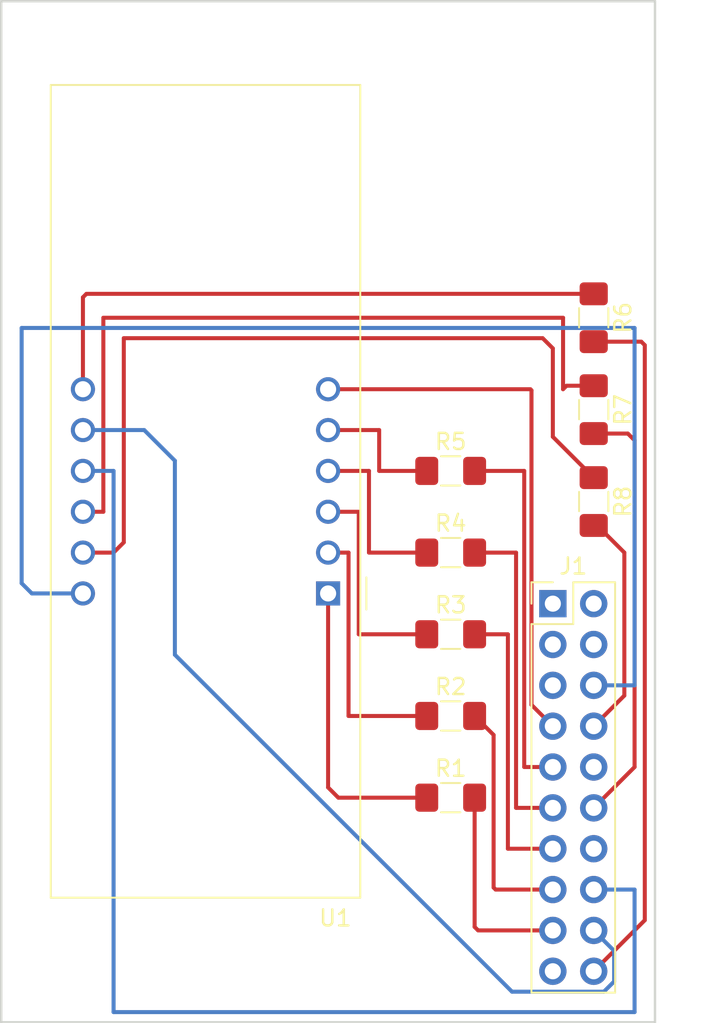
<source format=kicad_pcb>
(kicad_pcb (version 20171130) (host pcbnew 5.0.1)

  (general
    (thickness 1.6)
    (drawings 4)
    (tracks 82)
    (zones 0)
    (modules 10)
    (nets 29)
  )

  (page A4)
  (layers
    (0 F.Cu signal)
    (31 B.Cu signal)
    (32 B.Adhes user)
    (33 F.Adhes user)
    (34 B.Paste user)
    (35 F.Paste user)
    (36 B.SilkS user)
    (37 F.SilkS user)
    (38 B.Mask user)
    (39 F.Mask user)
    (40 Dwgs.User user)
    (41 Cmts.User user)
    (42 Eco1.User user)
    (43 Eco2.User user)
    (44 Edge.Cuts user)
    (45 Margin user)
    (46 B.CrtYd user)
    (47 F.CrtYd user)
    (48 B.Fab user)
    (49 F.Fab user)
  )

  (setup
    (last_trace_width 0.25)
    (trace_clearance 0.2)
    (zone_clearance 0.508)
    (zone_45_only no)
    (trace_min 0.2)
    (segment_width 0.2)
    (edge_width 0.15)
    (via_size 0.8)
    (via_drill 0.4)
    (via_min_size 0.4)
    (via_min_drill 0.3)
    (uvia_size 0.3)
    (uvia_drill 0.1)
    (uvias_allowed no)
    (uvia_min_size 0.2)
    (uvia_min_drill 0.1)
    (pcb_text_width 0.3)
    (pcb_text_size 1.5 1.5)
    (mod_edge_width 0.15)
    (mod_text_size 1 1)
    (mod_text_width 0.15)
    (pad_size 1.524 1.524)
    (pad_drill 0.762)
    (pad_to_mask_clearance 0.051)
    (solder_mask_min_width 0.25)
    (aux_axis_origin 0 0)
    (grid_origin 12.065 11.43)
    (visible_elements FFFFFF7F)
    (pcbplotparams
      (layerselection 0x010fc_ffffffff)
      (usegerberextensions false)
      (usegerberattributes false)
      (usegerberadvancedattributes false)
      (creategerberjobfile false)
      (excludeedgelayer true)
      (linewidth 0.100000)
      (plotframeref false)
      (viasonmask false)
      (mode 1)
      (useauxorigin false)
      (hpglpennumber 1)
      (hpglpenspeed 20)
      (hpglpendiameter 15.000000)
      (psnegative false)
      (psa4output false)
      (plotreference true)
      (plotvalue true)
      (plotinvisibletext false)
      (padsonsilk false)
      (subtractmaskfromsilk false)
      (outputformat 1)
      (mirror false)
      (drillshape 1)
      (scaleselection 1)
      (outputdirectory ""))
  )

  (net 0 "")
  (net 1 "Net-(J1-Pad1)")
  (net 2 "Net-(J1-Pad2)")
  (net 3 "Net-(J1-Pad3)")
  (net 4 "Net-(J1-Pad4)")
  (net 5 "Net-(J1-Pad5)")
  (net 6 "Net-(J1-Pad6)")
  (net 7 "Net-(J1-Pad7)")
  (net 8 "Net-(J1-Pad8)")
  (net 9 "Net-(J1-Pad9)")
  (net 10 "Net-(J1-Pad10)")
  (net 11 "Net-(J1-Pad11)")
  (net 12 "Net-(J1-Pad12)")
  (net 13 "Net-(J1-Pad13)")
  (net 14 "Net-(J1-Pad14)")
  (net 15 "Net-(J1-Pad15)")
  (net 16 "Net-(J1-Pad16)")
  (net 17 "Net-(J1-Pad17)")
  (net 18 "Net-(J1-Pad18)")
  (net 19 "Net-(J1-Pad19)")
  (net 20 "Net-(J1-Pad20)")
  (net 21 "Net-(R1-Pad1)")
  (net 22 "Net-(R2-Pad1)")
  (net 23 "Net-(R3-Pad1)")
  (net 24 "Net-(R4-Pad1)")
  (net 25 "Net-(R5-Pad1)")
  (net 26 "Net-(R6-Pad1)")
  (net 27 "Net-(R7-Pad1)")
  (net 28 "Net-(R8-Pad1)")

  (net_class Default "This is the default net class."
    (clearance 0.2)
    (trace_width 0.25)
    (via_dia 0.8)
    (via_drill 0.4)
    (uvia_dia 0.3)
    (uvia_drill 0.1)
    (add_net "Net-(J1-Pad1)")
    (add_net "Net-(J1-Pad10)")
    (add_net "Net-(J1-Pad11)")
    (add_net "Net-(J1-Pad12)")
    (add_net "Net-(J1-Pad13)")
    (add_net "Net-(J1-Pad14)")
    (add_net "Net-(J1-Pad15)")
    (add_net "Net-(J1-Pad16)")
    (add_net "Net-(J1-Pad17)")
    (add_net "Net-(J1-Pad18)")
    (add_net "Net-(J1-Pad19)")
    (add_net "Net-(J1-Pad2)")
    (add_net "Net-(J1-Pad20)")
    (add_net "Net-(J1-Pad3)")
    (add_net "Net-(J1-Pad4)")
    (add_net "Net-(J1-Pad5)")
    (add_net "Net-(J1-Pad6)")
    (add_net "Net-(J1-Pad7)")
    (add_net "Net-(J1-Pad8)")
    (add_net "Net-(J1-Pad9)")
    (add_net "Net-(R1-Pad1)")
    (add_net "Net-(R2-Pad1)")
    (add_net "Net-(R3-Pad1)")
    (add_net "Net-(R4-Pad1)")
    (add_net "Net-(R5-Pad1)")
    (add_net "Net-(R6-Pad1)")
    (add_net "Net-(R7-Pad1)")
    (add_net "Net-(R8-Pad1)")
  )

  (module Display_7Segment:CA56-12SEKWA (layer F.Cu) (tedit 5A02FE84) (tstamp 5C23BA94)
    (at 32.385 48.895 180)
    (descr "4 digit 7 segment green LED, http://www.kingbright.com/attachments/file/psearch/000/00/00/CA56-12SEKWA(Ver.7A).pdf")
    (tags "4 digit 7 segment green LED")
    (path /5C1632ED)
    (fp_text reference U1 (at -0.45 -20.19 180) (layer F.SilkS)
      (effects (font (size 1 1) (thickness 0.15)))
    )
    (fp_text value CC56-12SEKWA (at 3.43 33.01 180) (layer F.Fab)
      (effects (font (size 1 1) (thickness 0.15)))
    )
    (fp_line (start -2 -18.92) (end 17.24 -18.92) (layer F.SilkS) (width 0.12))
    (fp_line (start -2 -18.92) (end -2 31.62) (layer F.SilkS) (width 0.12))
    (fp_line (start -2 31.62) (end 17.24 31.62) (layer F.SilkS) (width 0.12))
    (fp_line (start 17.24 31.62) (end 17.24 -18.92) (layer F.SilkS) (width 0.12))
    (fp_line (start -1.88 1) (end -0.88 0) (layer F.Fab) (width 0.1))
    (fp_line (start -0.88 0) (end -1.88 -1) (layer F.Fab) (width 0.1))
    (fp_line (start -1.88 -1) (end -1.88 -18.8) (layer F.Fab) (width 0.1))
    (fp_line (start -2.13 -19.05) (end 17.37 -19.05) (layer F.CrtYd) (width 0.05))
    (fp_line (start 17.37 -19.05) (end 17.37 31.75) (layer F.CrtYd) (width 0.05))
    (fp_line (start 17.37 31.75) (end -2.13 31.75) (layer F.CrtYd) (width 0.05))
    (fp_line (start -2.13 31.75) (end -2.13 -19.05) (layer F.CrtYd) (width 0.05))
    (fp_line (start -2.38 -1) (end -2.38 1) (layer F.SilkS) (width 0.12))
    (fp_line (start -1.88 -18.8) (end 17.12 -18.8) (layer F.Fab) (width 0.1))
    (fp_line (start 17.12 -18.8) (end 17.12 31.5) (layer F.Fab) (width 0.1))
    (fp_line (start -1.88 31.5) (end 17.12 31.5) (layer F.Fab) (width 0.1))
    (fp_line (start -1.88 1) (end -1.88 31.5) (layer F.Fab) (width 0.1))
    (fp_text user %R (at 8.128 6.604 180) (layer F.Fab)
      (effects (font (size 1 1) (thickness 0.15)))
    )
    (pad 1 thru_hole rect (at 0 0 180) (size 1.5 1.5) (drill 1) (layers *.Cu *.Mask)
      (net 21 "Net-(R1-Pad1)"))
    (pad 2 thru_hole circle (at 0 2.54 180) (size 1.5 1.5) (drill 1) (layers *.Cu *.Mask)
      (net 22 "Net-(R2-Pad1)"))
    (pad 3 thru_hole circle (at 0 5.08 180) (size 1.5 1.5) (drill 1) (layers *.Cu *.Mask)
      (net 23 "Net-(R3-Pad1)"))
    (pad 4 thru_hole circle (at 0 7.62 180) (size 1.5 1.5) (drill 1) (layers *.Cu *.Mask)
      (net 24 "Net-(R4-Pad1)"))
    (pad 5 thru_hole circle (at 0 10.16 180) (size 1.5 1.5) (drill 1) (layers *.Cu *.Mask)
      (net 25 "Net-(R5-Pad1)"))
    (pad 6 thru_hole circle (at 0 12.7 180) (size 1.5 1.5) (drill 1) (layers *.Cu *.Mask)
      (net 7 "Net-(J1-Pad7)"))
    (pad 7 thru_hole circle (at 15.24 12.7 180) (size 1.5 1.5) (drill 1) (layers *.Cu *.Mask)
      (net 26 "Net-(R6-Pad1)"))
    (pad 8 thru_hole circle (at 15.24 10.16 180) (size 1.5 1.5) (drill 1) (layers *.Cu *.Mask)
      (net 18 "Net-(J1-Pad18)"))
    (pad 9 thru_hole circle (at 15.24 7.62 180) (size 1.5 1.5) (drill 1) (layers *.Cu *.Mask)
      (net 16 "Net-(J1-Pad16)"))
    (pad 10 thru_hole circle (at 15.24 5.08 180) (size 1.5 1.5) (drill 1) (layers *.Cu *.Mask)
      (net 27 "Net-(R7-Pad1)"))
    (pad 11 thru_hole circle (at 15.24 2.54 180) (size 1.5 1.5) (drill 1) (layers *.Cu *.Mask)
      (net 28 "Net-(R8-Pad1)"))
    (pad 12 thru_hole circle (at 15.24 0 180) (size 1.5 1.5) (drill 1) (layers *.Cu *.Mask)
      (net 6 "Net-(J1-Pad6)"))
    (model ${KISYS3DMOD}/Display_7Segment.3dshapes/CA56-12SEKWA.wrl
      (at (xyz 0 0 0))
      (scale (xyz 1 1 1))
      (rotate (xyz 0 0 0))
    )
  )

  (module Connector_PinHeader_2.54mm:PinHeader_2x10_P2.54mm_Vertical (layer F.Cu) (tedit 59FED5CC) (tstamp 5C23B9EB)
    (at 46.355 49.53)
    (descr "Through hole straight pin header, 2x10, 2.54mm pitch, double rows")
    (tags "Through hole pin header THT 2x10 2.54mm double row")
    (path /5C178259)
    (fp_text reference J1 (at 1.27 -2.33) (layer F.SilkS)
      (effects (font (size 1 1) (thickness 0.15)))
    )
    (fp_text value Conn_02x10_Odd_Even (at 1.27 25.19) (layer F.Fab)
      (effects (font (size 1 1) (thickness 0.15)))
    )
    (fp_line (start 0 -1.27) (end 3.81 -1.27) (layer F.Fab) (width 0.1))
    (fp_line (start 3.81 -1.27) (end 3.81 24.13) (layer F.Fab) (width 0.1))
    (fp_line (start 3.81 24.13) (end -1.27 24.13) (layer F.Fab) (width 0.1))
    (fp_line (start -1.27 24.13) (end -1.27 0) (layer F.Fab) (width 0.1))
    (fp_line (start -1.27 0) (end 0 -1.27) (layer F.Fab) (width 0.1))
    (fp_line (start -1.33 24.19) (end 3.87 24.19) (layer F.SilkS) (width 0.12))
    (fp_line (start -1.33 1.27) (end -1.33 24.19) (layer F.SilkS) (width 0.12))
    (fp_line (start 3.87 -1.33) (end 3.87 24.19) (layer F.SilkS) (width 0.12))
    (fp_line (start -1.33 1.27) (end 1.27 1.27) (layer F.SilkS) (width 0.12))
    (fp_line (start 1.27 1.27) (end 1.27 -1.33) (layer F.SilkS) (width 0.12))
    (fp_line (start 1.27 -1.33) (end 3.87 -1.33) (layer F.SilkS) (width 0.12))
    (fp_line (start -1.33 0) (end -1.33 -1.33) (layer F.SilkS) (width 0.12))
    (fp_line (start -1.33 -1.33) (end 0 -1.33) (layer F.SilkS) (width 0.12))
    (fp_line (start -1.8 -1.8) (end -1.8 24.65) (layer F.CrtYd) (width 0.05))
    (fp_line (start -1.8 24.65) (end 4.35 24.65) (layer F.CrtYd) (width 0.05))
    (fp_line (start 4.35 24.65) (end 4.35 -1.8) (layer F.CrtYd) (width 0.05))
    (fp_line (start 4.35 -1.8) (end -1.8 -1.8) (layer F.CrtYd) (width 0.05))
    (fp_text user %R (at 1.27 11.43 90) (layer F.Fab)
      (effects (font (size 1 1) (thickness 0.15)))
    )
    (pad 1 thru_hole rect (at 0 0) (size 1.7 1.7) (drill 1) (layers *.Cu *.Mask)
      (net 1 "Net-(J1-Pad1)"))
    (pad 2 thru_hole oval (at 2.54 0) (size 1.7 1.7) (drill 1) (layers *.Cu *.Mask)
      (net 2 "Net-(J1-Pad2)"))
    (pad 3 thru_hole oval (at 0 2.54) (size 1.7 1.7) (drill 1) (layers *.Cu *.Mask)
      (net 3 "Net-(J1-Pad3)"))
    (pad 4 thru_hole oval (at 2.54 2.54) (size 1.7 1.7) (drill 1) (layers *.Cu *.Mask)
      (net 4 "Net-(J1-Pad4)"))
    (pad 5 thru_hole oval (at 0 5.08) (size 1.7 1.7) (drill 1) (layers *.Cu *.Mask)
      (net 5 "Net-(J1-Pad5)"))
    (pad 6 thru_hole oval (at 2.54 5.08) (size 1.7 1.7) (drill 1) (layers *.Cu *.Mask)
      (net 6 "Net-(J1-Pad6)"))
    (pad 7 thru_hole oval (at 0 7.62) (size 1.7 1.7) (drill 1) (layers *.Cu *.Mask)
      (net 7 "Net-(J1-Pad7)"))
    (pad 8 thru_hole oval (at 2.54 7.62) (size 1.7 1.7) (drill 1) (layers *.Cu *.Mask)
      (net 8 "Net-(J1-Pad8)"))
    (pad 9 thru_hole oval (at 0 10.16) (size 1.7 1.7) (drill 1) (layers *.Cu *.Mask)
      (net 9 "Net-(J1-Pad9)"))
    (pad 10 thru_hole oval (at 2.54 10.16) (size 1.7 1.7) (drill 1) (layers *.Cu *.Mask)
      (net 10 "Net-(J1-Pad10)"))
    (pad 11 thru_hole oval (at 0 12.7) (size 1.7 1.7) (drill 1) (layers *.Cu *.Mask)
      (net 11 "Net-(J1-Pad11)"))
    (pad 12 thru_hole oval (at 2.54 12.7) (size 1.7 1.7) (drill 1) (layers *.Cu *.Mask)
      (net 12 "Net-(J1-Pad12)"))
    (pad 13 thru_hole oval (at 0 15.24) (size 1.7 1.7) (drill 1) (layers *.Cu *.Mask)
      (net 13 "Net-(J1-Pad13)"))
    (pad 14 thru_hole oval (at 2.54 15.24) (size 1.7 1.7) (drill 1) (layers *.Cu *.Mask)
      (net 14 "Net-(J1-Pad14)"))
    (pad 15 thru_hole oval (at 0 17.78) (size 1.7 1.7) (drill 1) (layers *.Cu *.Mask)
      (net 15 "Net-(J1-Pad15)"))
    (pad 16 thru_hole oval (at 2.54 17.78) (size 1.7 1.7) (drill 1) (layers *.Cu *.Mask)
      (net 16 "Net-(J1-Pad16)"))
    (pad 17 thru_hole oval (at 0 20.32) (size 1.7 1.7) (drill 1) (layers *.Cu *.Mask)
      (net 17 "Net-(J1-Pad17)"))
    (pad 18 thru_hole oval (at 2.54 20.32) (size 1.7 1.7) (drill 1) (layers *.Cu *.Mask)
      (net 18 "Net-(J1-Pad18)"))
    (pad 19 thru_hole oval (at 0 22.86) (size 1.7 1.7) (drill 1) (layers *.Cu *.Mask)
      (net 19 "Net-(J1-Pad19)"))
    (pad 20 thru_hole oval (at 2.54 22.86) (size 1.7 1.7) (drill 1) (layers *.Cu *.Mask)
      (net 20 "Net-(J1-Pad20)"))
    (model ${KISYS3DMOD}/Connector_PinHeader_2.54mm.3dshapes/PinHeader_2x10_P2.54mm_Vertical.wrl
      (at (xyz 0 0 0))
      (scale (xyz 1 1 1))
      (rotate (xyz 0 0 0))
    )
  )

  (module Resistor_SMD:R_1206_3216Metric_Pad1.42x1.75mm_HandSolder (layer F.Cu) (tedit 5B301BBD) (tstamp 5C23B9FC)
    (at 40.005 61.595)
    (descr "Resistor SMD 1206 (3216 Metric), square (rectangular) end terminal, IPC_7351 nominal with elongated pad for handsoldering. (Body size source: http://www.tortai-tech.com/upload/download/2011102023233369053.pdf), generated with kicad-footprint-generator")
    (tags "resistor handsolder")
    (path /5C16450A)
    (attr smd)
    (fp_text reference R1 (at 0 -1.82) (layer F.SilkS)
      (effects (font (size 1 1) (thickness 0.15)))
    )
    (fp_text value 300 (at 0 1.82) (layer F.Fab)
      (effects (font (size 1 1) (thickness 0.15)))
    )
    (fp_text user %R (at 0 0) (layer F.Fab)
      (effects (font (size 0.8 0.8) (thickness 0.12)))
    )
    (fp_line (start 2.45 1.12) (end -2.45 1.12) (layer F.CrtYd) (width 0.05))
    (fp_line (start 2.45 -1.12) (end 2.45 1.12) (layer F.CrtYd) (width 0.05))
    (fp_line (start -2.45 -1.12) (end 2.45 -1.12) (layer F.CrtYd) (width 0.05))
    (fp_line (start -2.45 1.12) (end -2.45 -1.12) (layer F.CrtYd) (width 0.05))
    (fp_line (start -0.602064 0.91) (end 0.602064 0.91) (layer F.SilkS) (width 0.12))
    (fp_line (start -0.602064 -0.91) (end 0.602064 -0.91) (layer F.SilkS) (width 0.12))
    (fp_line (start 1.6 0.8) (end -1.6 0.8) (layer F.Fab) (width 0.1))
    (fp_line (start 1.6 -0.8) (end 1.6 0.8) (layer F.Fab) (width 0.1))
    (fp_line (start -1.6 -0.8) (end 1.6 -0.8) (layer F.Fab) (width 0.1))
    (fp_line (start -1.6 0.8) (end -1.6 -0.8) (layer F.Fab) (width 0.1))
    (pad 2 smd roundrect (at 1.4875 0) (size 1.425 1.75) (layers F.Cu F.Paste F.Mask) (roundrect_rratio 0.175439)
      (net 17 "Net-(J1-Pad17)"))
    (pad 1 smd roundrect (at -1.4875 0) (size 1.425 1.75) (layers F.Cu F.Paste F.Mask) (roundrect_rratio 0.175439)
      (net 21 "Net-(R1-Pad1)"))
    (model ${KISYS3DMOD}/Resistor_SMD.3dshapes/R_1206_3216Metric.wrl
      (at (xyz 0 0 0))
      (scale (xyz 1 1 1))
      (rotate (xyz 0 0 0))
    )
  )

  (module Resistor_SMD:R_1206_3216Metric_Pad1.42x1.75mm_HandSolder (layer F.Cu) (tedit 5B301BBD) (tstamp 5C23BA0D)
    (at 40.005 56.515)
    (descr "Resistor SMD 1206 (3216 Metric), square (rectangular) end terminal, IPC_7351 nominal with elongated pad for handsoldering. (Body size source: http://www.tortai-tech.com/upload/download/2011102023233369053.pdf), generated with kicad-footprint-generator")
    (tags "resistor handsolder")
    (path /5C164526)
    (attr smd)
    (fp_text reference R2 (at 0 -1.82) (layer F.SilkS)
      (effects (font (size 1 1) (thickness 0.15)))
    )
    (fp_text value 300 (at 0 1.82) (layer F.Fab)
      (effects (font (size 1 1) (thickness 0.15)))
    )
    (fp_line (start -1.6 0.8) (end -1.6 -0.8) (layer F.Fab) (width 0.1))
    (fp_line (start -1.6 -0.8) (end 1.6 -0.8) (layer F.Fab) (width 0.1))
    (fp_line (start 1.6 -0.8) (end 1.6 0.8) (layer F.Fab) (width 0.1))
    (fp_line (start 1.6 0.8) (end -1.6 0.8) (layer F.Fab) (width 0.1))
    (fp_line (start -0.602064 -0.91) (end 0.602064 -0.91) (layer F.SilkS) (width 0.12))
    (fp_line (start -0.602064 0.91) (end 0.602064 0.91) (layer F.SilkS) (width 0.12))
    (fp_line (start -2.45 1.12) (end -2.45 -1.12) (layer F.CrtYd) (width 0.05))
    (fp_line (start -2.45 -1.12) (end 2.45 -1.12) (layer F.CrtYd) (width 0.05))
    (fp_line (start 2.45 -1.12) (end 2.45 1.12) (layer F.CrtYd) (width 0.05))
    (fp_line (start 2.45 1.12) (end -2.45 1.12) (layer F.CrtYd) (width 0.05))
    (fp_text user %R (at 0 0) (layer F.Fab)
      (effects (font (size 0.8 0.8) (thickness 0.12)))
    )
    (pad 1 smd roundrect (at -1.4875 0) (size 1.425 1.75) (layers F.Cu F.Paste F.Mask) (roundrect_rratio 0.175439)
      (net 22 "Net-(R2-Pad1)"))
    (pad 2 smd roundrect (at 1.4875 0) (size 1.425 1.75) (layers F.Cu F.Paste F.Mask) (roundrect_rratio 0.175439)
      (net 15 "Net-(J1-Pad15)"))
    (model ${KISYS3DMOD}/Resistor_SMD.3dshapes/R_1206_3216Metric.wrl
      (at (xyz 0 0 0))
      (scale (xyz 1 1 1))
      (rotate (xyz 0 0 0))
    )
  )

  (module Resistor_SMD:R_1206_3216Metric_Pad1.42x1.75mm_HandSolder (layer F.Cu) (tedit 5B301BBD) (tstamp 5C23BA1E)
    (at 40.005 51.435)
    (descr "Resistor SMD 1206 (3216 Metric), square (rectangular) end terminal, IPC_7351 nominal with elongated pad for handsoldering. (Body size source: http://www.tortai-tech.com/upload/download/2011102023233369053.pdf), generated with kicad-footprint-generator")
    (tags "resistor handsolder")
    (path /5C1644D4)
    (attr smd)
    (fp_text reference R3 (at 0 -1.82) (layer F.SilkS)
      (effects (font (size 1 1) (thickness 0.15)))
    )
    (fp_text value 300 (at 0 1.82) (layer F.Fab)
      (effects (font (size 1 1) (thickness 0.15)))
    )
    (fp_line (start -1.6 0.8) (end -1.6 -0.8) (layer F.Fab) (width 0.1))
    (fp_line (start -1.6 -0.8) (end 1.6 -0.8) (layer F.Fab) (width 0.1))
    (fp_line (start 1.6 -0.8) (end 1.6 0.8) (layer F.Fab) (width 0.1))
    (fp_line (start 1.6 0.8) (end -1.6 0.8) (layer F.Fab) (width 0.1))
    (fp_line (start -0.602064 -0.91) (end 0.602064 -0.91) (layer F.SilkS) (width 0.12))
    (fp_line (start -0.602064 0.91) (end 0.602064 0.91) (layer F.SilkS) (width 0.12))
    (fp_line (start -2.45 1.12) (end -2.45 -1.12) (layer F.CrtYd) (width 0.05))
    (fp_line (start -2.45 -1.12) (end 2.45 -1.12) (layer F.CrtYd) (width 0.05))
    (fp_line (start 2.45 -1.12) (end 2.45 1.12) (layer F.CrtYd) (width 0.05))
    (fp_line (start 2.45 1.12) (end -2.45 1.12) (layer F.CrtYd) (width 0.05))
    (fp_text user %R (at 0 0) (layer F.Fab)
      (effects (font (size 0.8 0.8) (thickness 0.12)))
    )
    (pad 1 smd roundrect (at -1.4875 0) (size 1.425 1.75) (layers F.Cu F.Paste F.Mask) (roundrect_rratio 0.175439)
      (net 23 "Net-(R3-Pad1)"))
    (pad 2 smd roundrect (at 1.4875 0) (size 1.425 1.75) (layers F.Cu F.Paste F.Mask) (roundrect_rratio 0.175439)
      (net 13 "Net-(J1-Pad13)"))
    (model ${KISYS3DMOD}/Resistor_SMD.3dshapes/R_1206_3216Metric.wrl
      (at (xyz 0 0 0))
      (scale (xyz 1 1 1))
      (rotate (xyz 0 0 0))
    )
  )

  (module Resistor_SMD:R_1206_3216Metric_Pad1.42x1.75mm_HandSolder (layer F.Cu) (tedit 5B301BBD) (tstamp 5C23BA2F)
    (at 40.005 46.355)
    (descr "Resistor SMD 1206 (3216 Metric), square (rectangular) end terminal, IPC_7351 nominal with elongated pad for handsoldering. (Body size source: http://www.tortai-tech.com/upload/download/2011102023233369053.pdf), generated with kicad-footprint-generator")
    (tags "resistor handsolder")
    (path /5C1645DB)
    (attr smd)
    (fp_text reference R4 (at 0 -1.82) (layer F.SilkS)
      (effects (font (size 1 1) (thickness 0.15)))
    )
    (fp_text value 300 (at 0 1.82) (layer F.Fab)
      (effects (font (size 1 1) (thickness 0.15)))
    )
    (fp_text user %R (at 0 0) (layer F.Fab)
      (effects (font (size 0.8 0.8) (thickness 0.12)))
    )
    (fp_line (start 2.45 1.12) (end -2.45 1.12) (layer F.CrtYd) (width 0.05))
    (fp_line (start 2.45 -1.12) (end 2.45 1.12) (layer F.CrtYd) (width 0.05))
    (fp_line (start -2.45 -1.12) (end 2.45 -1.12) (layer F.CrtYd) (width 0.05))
    (fp_line (start -2.45 1.12) (end -2.45 -1.12) (layer F.CrtYd) (width 0.05))
    (fp_line (start -0.602064 0.91) (end 0.602064 0.91) (layer F.SilkS) (width 0.12))
    (fp_line (start -0.602064 -0.91) (end 0.602064 -0.91) (layer F.SilkS) (width 0.12))
    (fp_line (start 1.6 0.8) (end -1.6 0.8) (layer F.Fab) (width 0.1))
    (fp_line (start 1.6 -0.8) (end 1.6 0.8) (layer F.Fab) (width 0.1))
    (fp_line (start -1.6 -0.8) (end 1.6 -0.8) (layer F.Fab) (width 0.1))
    (fp_line (start -1.6 0.8) (end -1.6 -0.8) (layer F.Fab) (width 0.1))
    (pad 2 smd roundrect (at 1.4875 0) (size 1.425 1.75) (layers F.Cu F.Paste F.Mask) (roundrect_rratio 0.175439)
      (net 11 "Net-(J1-Pad11)"))
    (pad 1 smd roundrect (at -1.4875 0) (size 1.425 1.75) (layers F.Cu F.Paste F.Mask) (roundrect_rratio 0.175439)
      (net 24 "Net-(R4-Pad1)"))
    (model ${KISYS3DMOD}/Resistor_SMD.3dshapes/R_1206_3216Metric.wrl
      (at (xyz 0 0 0))
      (scale (xyz 1 1 1))
      (rotate (xyz 0 0 0))
    )
  )

  (module Resistor_SMD:R_1206_3216Metric_Pad1.42x1.75mm_HandSolder (layer F.Cu) (tedit 5B301BBD) (tstamp 5C23BA40)
    (at 40.005 41.275)
    (descr "Resistor SMD 1206 (3216 Metric), square (rectangular) end terminal, IPC_7351 nominal with elongated pad for handsoldering. (Body size source: http://www.tortai-tech.com/upload/download/2011102023233369053.pdf), generated with kicad-footprint-generator")
    (tags "resistor handsolder")
    (path /5C164472)
    (attr smd)
    (fp_text reference R5 (at 0 -1.82) (layer F.SilkS)
      (effects (font (size 1 1) (thickness 0.15)))
    )
    (fp_text value 300 (at 0 1.82) (layer F.Fab)
      (effects (font (size 1 1) (thickness 0.15)))
    )
    (fp_text user %R (at 0 0) (layer F.Fab)
      (effects (font (size 0.8 0.8) (thickness 0.12)))
    )
    (fp_line (start 2.45 1.12) (end -2.45 1.12) (layer F.CrtYd) (width 0.05))
    (fp_line (start 2.45 -1.12) (end 2.45 1.12) (layer F.CrtYd) (width 0.05))
    (fp_line (start -2.45 -1.12) (end 2.45 -1.12) (layer F.CrtYd) (width 0.05))
    (fp_line (start -2.45 1.12) (end -2.45 -1.12) (layer F.CrtYd) (width 0.05))
    (fp_line (start -0.602064 0.91) (end 0.602064 0.91) (layer F.SilkS) (width 0.12))
    (fp_line (start -0.602064 -0.91) (end 0.602064 -0.91) (layer F.SilkS) (width 0.12))
    (fp_line (start 1.6 0.8) (end -1.6 0.8) (layer F.Fab) (width 0.1))
    (fp_line (start 1.6 -0.8) (end 1.6 0.8) (layer F.Fab) (width 0.1))
    (fp_line (start -1.6 -0.8) (end 1.6 -0.8) (layer F.Fab) (width 0.1))
    (fp_line (start -1.6 0.8) (end -1.6 -0.8) (layer F.Fab) (width 0.1))
    (pad 2 smd roundrect (at 1.4875 0) (size 1.425 1.75) (layers F.Cu F.Paste F.Mask) (roundrect_rratio 0.175439)
      (net 9 "Net-(J1-Pad9)"))
    (pad 1 smd roundrect (at -1.4875 0) (size 1.425 1.75) (layers F.Cu F.Paste F.Mask) (roundrect_rratio 0.175439)
      (net 25 "Net-(R5-Pad1)"))
    (model ${KISYS3DMOD}/Resistor_SMD.3dshapes/R_1206_3216Metric.wrl
      (at (xyz 0 0 0))
      (scale (xyz 1 1 1))
      (rotate (xyz 0 0 0))
    )
  )

  (module Resistor_SMD:R_1206_3216Metric_Pad1.42x1.75mm_HandSolder (layer F.Cu) (tedit 5B301BBD) (tstamp 5C23BA51)
    (at 48.895 31.75 270)
    (descr "Resistor SMD 1206 (3216 Metric), square (rectangular) end terminal, IPC_7351 nominal with elongated pad for handsoldering. (Body size source: http://www.tortai-tech.com/upload/download/2011102023233369053.pdf), generated with kicad-footprint-generator")
    (tags "resistor handsolder")
    (path /5C164544)
    (attr smd)
    (fp_text reference R6 (at 0 -1.82 270) (layer F.SilkS)
      (effects (font (size 1 1) (thickness 0.15)))
    )
    (fp_text value 300 (at 0 1.82 270) (layer F.Fab)
      (effects (font (size 1 1) (thickness 0.15)))
    )
    (fp_text user %R (at 0 0 270) (layer F.Fab)
      (effects (font (size 0.8 0.8) (thickness 0.12)))
    )
    (fp_line (start 2.45 1.12) (end -2.45 1.12) (layer F.CrtYd) (width 0.05))
    (fp_line (start 2.45 -1.12) (end 2.45 1.12) (layer F.CrtYd) (width 0.05))
    (fp_line (start -2.45 -1.12) (end 2.45 -1.12) (layer F.CrtYd) (width 0.05))
    (fp_line (start -2.45 1.12) (end -2.45 -1.12) (layer F.CrtYd) (width 0.05))
    (fp_line (start -0.602064 0.91) (end 0.602064 0.91) (layer F.SilkS) (width 0.12))
    (fp_line (start -0.602064 -0.91) (end 0.602064 -0.91) (layer F.SilkS) (width 0.12))
    (fp_line (start 1.6 0.8) (end -1.6 0.8) (layer F.Fab) (width 0.1))
    (fp_line (start 1.6 -0.8) (end 1.6 0.8) (layer F.Fab) (width 0.1))
    (fp_line (start -1.6 -0.8) (end 1.6 -0.8) (layer F.Fab) (width 0.1))
    (fp_line (start -1.6 0.8) (end -1.6 -0.8) (layer F.Fab) (width 0.1))
    (pad 2 smd roundrect (at 1.4875 0 270) (size 1.425 1.75) (layers F.Cu F.Paste F.Mask) (roundrect_rratio 0.175439)
      (net 20 "Net-(J1-Pad20)"))
    (pad 1 smd roundrect (at -1.4875 0 270) (size 1.425 1.75) (layers F.Cu F.Paste F.Mask) (roundrect_rratio 0.175439)
      (net 26 "Net-(R6-Pad1)"))
    (model ${KISYS3DMOD}/Resistor_SMD.3dshapes/R_1206_3216Metric.wrl
      (at (xyz 0 0 0))
      (scale (xyz 1 1 1))
      (rotate (xyz 0 0 0))
    )
  )

  (module Resistor_SMD:R_1206_3216Metric_Pad1.42x1.75mm_HandSolder (layer F.Cu) (tedit 5B301BBD) (tstamp 5C23BA62)
    (at 48.895 37.465 270)
    (descr "Resistor SMD 1206 (3216 Metric), square (rectangular) end terminal, IPC_7351 nominal with elongated pad for handsoldering. (Body size source: http://www.tortai-tech.com/upload/download/2011102023233369053.pdf), generated with kicad-footprint-generator")
    (tags "resistor handsolder")
    (path /5C1644EC)
    (attr smd)
    (fp_text reference R7 (at 0 -1.82 270) (layer F.SilkS)
      (effects (font (size 1 1) (thickness 0.15)))
    )
    (fp_text value 300 (at 0 1.82 270) (layer F.Fab)
      (effects (font (size 1 1) (thickness 0.15)))
    )
    (fp_line (start -1.6 0.8) (end -1.6 -0.8) (layer F.Fab) (width 0.1))
    (fp_line (start -1.6 -0.8) (end 1.6 -0.8) (layer F.Fab) (width 0.1))
    (fp_line (start 1.6 -0.8) (end 1.6 0.8) (layer F.Fab) (width 0.1))
    (fp_line (start 1.6 0.8) (end -1.6 0.8) (layer F.Fab) (width 0.1))
    (fp_line (start -0.602064 -0.91) (end 0.602064 -0.91) (layer F.SilkS) (width 0.12))
    (fp_line (start -0.602064 0.91) (end 0.602064 0.91) (layer F.SilkS) (width 0.12))
    (fp_line (start -2.45 1.12) (end -2.45 -1.12) (layer F.CrtYd) (width 0.05))
    (fp_line (start -2.45 -1.12) (end 2.45 -1.12) (layer F.CrtYd) (width 0.05))
    (fp_line (start 2.45 -1.12) (end 2.45 1.12) (layer F.CrtYd) (width 0.05))
    (fp_line (start 2.45 1.12) (end -2.45 1.12) (layer F.CrtYd) (width 0.05))
    (fp_text user %R (at 0 0 270) (layer F.Fab)
      (effects (font (size 0.8 0.8) (thickness 0.12)))
    )
    (pad 1 smd roundrect (at -1.4875 0 270) (size 1.425 1.75) (layers F.Cu F.Paste F.Mask) (roundrect_rratio 0.175439)
      (net 27 "Net-(R7-Pad1)"))
    (pad 2 smd roundrect (at 1.4875 0 270) (size 1.425 1.75) (layers F.Cu F.Paste F.Mask) (roundrect_rratio 0.175439)
      (net 12 "Net-(J1-Pad12)"))
    (model ${KISYS3DMOD}/Resistor_SMD.3dshapes/R_1206_3216Metric.wrl
      (at (xyz 0 0 0))
      (scale (xyz 1 1 1))
      (rotate (xyz 0 0 0))
    )
  )

  (module Resistor_SMD:R_1206_3216Metric_Pad1.42x1.75mm_HandSolder (layer F.Cu) (tedit 5B301BBD) (tstamp 5C23BA73)
    (at 48.895 43.18 270)
    (descr "Resistor SMD 1206 (3216 Metric), square (rectangular) end terminal, IPC_7351 nominal with elongated pad for handsoldering. (Body size source: http://www.tortai-tech.com/upload/download/2011102023233369053.pdf), generated with kicad-footprint-generator")
    (tags "resistor handsolder")
    (path /5C164568)
    (attr smd)
    (fp_text reference R8 (at 0 -1.82 270) (layer F.SilkS)
      (effects (font (size 1 1) (thickness 0.15)))
    )
    (fp_text value 300 (at 0 1.82 270) (layer F.Fab)
      (effects (font (size 1 1) (thickness 0.15)))
    )
    (fp_line (start -1.6 0.8) (end -1.6 -0.8) (layer F.Fab) (width 0.1))
    (fp_line (start -1.6 -0.8) (end 1.6 -0.8) (layer F.Fab) (width 0.1))
    (fp_line (start 1.6 -0.8) (end 1.6 0.8) (layer F.Fab) (width 0.1))
    (fp_line (start 1.6 0.8) (end -1.6 0.8) (layer F.Fab) (width 0.1))
    (fp_line (start -0.602064 -0.91) (end 0.602064 -0.91) (layer F.SilkS) (width 0.12))
    (fp_line (start -0.602064 0.91) (end 0.602064 0.91) (layer F.SilkS) (width 0.12))
    (fp_line (start -2.45 1.12) (end -2.45 -1.12) (layer F.CrtYd) (width 0.05))
    (fp_line (start -2.45 -1.12) (end 2.45 -1.12) (layer F.CrtYd) (width 0.05))
    (fp_line (start 2.45 -1.12) (end 2.45 1.12) (layer F.CrtYd) (width 0.05))
    (fp_line (start 2.45 1.12) (end -2.45 1.12) (layer F.CrtYd) (width 0.05))
    (fp_text user %R (at 0 0 270) (layer F.Fab)
      (effects (font (size 0.8 0.8) (thickness 0.12)))
    )
    (pad 1 smd roundrect (at -1.4875 0 270) (size 1.425 1.75) (layers F.Cu F.Paste F.Mask) (roundrect_rratio 0.175439)
      (net 28 "Net-(R8-Pad1)"))
    (pad 2 smd roundrect (at 1.4875 0 270) (size 1.425 1.75) (layers F.Cu F.Paste F.Mask) (roundrect_rratio 0.175439)
      (net 8 "Net-(J1-Pad8)"))
    (model ${KISYS3DMOD}/Resistor_SMD.3dshapes/R_1206_3216Metric.wrl
      (at (xyz 0 0 0))
      (scale (xyz 1 1 1))
      (rotate (xyz 0 0 0))
    )
  )

  (gr_line (start 52.705 12.065) (end 12.065 12.065) (angle 90) (layer Edge.Cuts) (width 0.15))
  (gr_line (start 52.705 75.565) (end 52.705 12.065) (angle 90) (layer Edge.Cuts) (width 0.15))
  (gr_line (start 12.065 75.565) (end 52.705 75.565) (angle 90) (layer Edge.Cuts) (width 0.15))
  (gr_line (start 12.065 12.065) (end 12.065 75.565) (angle 90) (layer Edge.Cuts) (width 0.15))

  (segment (start 17.145 48.895) (end 13.97 48.895) (width 0.25) (layer B.Cu) (net 6) (status 400000))
  (segment (start 51.435 54.61) (end 48.895 54.61) (width 0.25) (layer B.Cu) (net 6) (tstamp 5C244B61) (status 800000))
  (segment (start 51.435 32.385) (end 51.435 54.61) (width 0.25) (layer B.Cu) (net 6) (tstamp 5C244B60))
  (segment (start 13.335 32.385) (end 51.435 32.385) (width 0.25) (layer B.Cu) (net 6) (tstamp 5C244B5F))
  (segment (start 13.335 48.26) (end 13.335 32.385) (width 0.25) (layer B.Cu) (net 6) (tstamp 5C244B5E))
  (segment (start 13.97 48.895) (end 13.335 48.26) (width 0.25) (layer B.Cu) (net 6) (tstamp 5C244B5D))
  (segment (start 32.385 36.195) (end 44.958 36.195) (width 0.25) (layer F.Cu) (net 7) (status 400000))
  (segment (start 45.027002 55.822002) (end 46.355 57.15) (width 0.25) (layer F.Cu) (net 7) (tstamp 5C243CB0) (status 800000))
  (segment (start 45.027002 36.264002) (end 45.027002 55.822002) (width 0.25) (layer F.Cu) (net 7) (tstamp 5C243CAF))
  (segment (start 44.958 36.195) (end 45.027002 36.264002) (width 0.25) (layer F.Cu) (net 7) (tstamp 5C243CAE))
  (segment (start 48.895 44.6675) (end 49.1125 44.6675) (width 0.25) (layer F.Cu) (net 8) (status C00000))
  (segment (start 50.8 55.245) (end 48.895 57.15) (width 0.25) (layer F.Cu) (net 8) (tstamp 5C244B9A) (status 800000))
  (segment (start 50.8 46.355) (end 50.8 55.245) (width 0.25) (layer F.Cu) (net 8) (tstamp 5C244B98))
  (segment (start 49.1125 44.6675) (end 50.8 46.355) (width 0.25) (layer F.Cu) (net 8) (tstamp 5C244B97) (status 400000))
  (segment (start 41.4925 41.275) (end 44.577 41.275) (width 0.25) (layer F.Cu) (net 9) (status 400000))
  (segment (start 44.577 59.69) (end 46.355 59.69) (width 0.25) (layer F.Cu) (net 9) (tstamp 5C242E0F) (status 800000))
  (segment (start 44.577 41.275) (end 44.577 59.69) (width 0.25) (layer F.Cu) (net 9) (tstamp 5C242E0E))
  (segment (start 46.355 62.23) (end 44.069 62.23) (width 0.25) (layer F.Cu) (net 11) (status 400000))
  (segment (start 44.069 46.355) (end 41.4925 46.355) (width 0.25) (layer F.Cu) (net 11) (tstamp 5C242DAA) (status 800000))
  (segment (start 44.069 62.23) (end 44.069 46.355) (width 0.25) (layer F.Cu) (net 11) (tstamp 5C242DA9))
  (segment (start 48.895 38.9525) (end 51.0175 38.9525) (width 0.25) (layer F.Cu) (net 12) (status 400000))
  (segment (start 51.435 59.69) (end 48.895 62.23) (width 0.25) (layer F.Cu) (net 12) (tstamp 5C244B8A) (status 800000))
  (segment (start 51.435 39.37) (end 51.435 59.69) (width 0.25) (layer F.Cu) (net 12) (tstamp 5C244B89))
  (segment (start 51.0175 38.9525) (end 51.435 39.37) (width 0.25) (layer F.Cu) (net 12) (tstamp 5C244B88))
  (segment (start 46.355 64.77) (end 43.561 64.77) (width 0.25) (layer F.Cu) (net 13) (status 400000))
  (segment (start 43.561 51.435) (end 41.4925 51.435) (width 0.25) (layer F.Cu) (net 13) (tstamp 5C242DA6) (status 800000))
  (segment (start 43.561 64.77) (end 43.561 51.435) (width 0.25) (layer F.Cu) (net 13) (tstamp 5C242DA5))
  (segment (start 46.355 67.31) (end 42.799 67.31) (width 0.25) (layer F.Cu) (net 15) (status 400000))
  (segment (start 42.672 57.6945) (end 41.4925 56.515) (width 0.25) (layer F.Cu) (net 15) (tstamp 5C242DA1) (status 800000))
  (segment (start 42.672 67.183) (end 42.672 57.6945) (width 0.25) (layer F.Cu) (net 15) (tstamp 5C242DA0))
  (segment (start 42.799 67.31) (end 42.672 67.183) (width 0.25) (layer F.Cu) (net 15) (tstamp 5C242D9F))
  (segment (start 17.145 41.275) (end 19.05 41.275) (width 0.25) (layer B.Cu) (net 16) (status 400000))
  (segment (start 51.435 67.31) (end 48.895 67.31) (width 0.25) (layer B.Cu) (net 16) (tstamp 5C244B67) (status 800000))
  (segment (start 51.435 74.93) (end 51.435 67.31) (width 0.25) (layer B.Cu) (net 16) (tstamp 5C244B66))
  (segment (start 19.05 74.93) (end 51.435 74.93) (width 0.25) (layer B.Cu) (net 16) (tstamp 5C244B65))
  (segment (start 19.05 41.275) (end 19.05 74.93) (width 0.25) (layer B.Cu) (net 16) (tstamp 5C244B64))
  (segment (start 41.4925 61.595) (end 41.4925 69.6325) (width 0.25) (layer F.Cu) (net 17) (status 400000))
  (segment (start 41.71 69.85) (end 46.355 69.85) (width 0.25) (layer F.Cu) (net 17) (tstamp 5C242D10) (status 800000))
  (segment (start 41.4925 69.6325) (end 41.71 69.85) (width 0.25) (layer F.Cu) (net 17) (tstamp 5C242D0F))
  (segment (start 17.145 38.735) (end 20.955 38.735) (width 0.25) (layer B.Cu) (net 18) (status 400000))
  (segment (start 50.165 71.12) (end 48.895 69.85) (width 0.25) (layer B.Cu) (net 18) (tstamp 5C244B73) (status 800000))
  (segment (start 50.165 73.025) (end 50.165 71.12) (width 0.25) (layer B.Cu) (net 18) (tstamp 5C244B72))
  (segment (start 49.53 73.66) (end 50.165 73.025) (width 0.25) (layer B.Cu) (net 18) (tstamp 5C244B71))
  (segment (start 43.815 73.66) (end 49.53 73.66) (width 0.25) (layer B.Cu) (net 18) (tstamp 5C244B6F))
  (segment (start 22.86 52.705) (end 43.815 73.66) (width 0.25) (layer B.Cu) (net 18) (tstamp 5C244B6D))
  (segment (start 22.86 40.64) (end 22.86 52.705) (width 0.25) (layer B.Cu) (net 18) (tstamp 5C244B6B))
  (segment (start 20.955 38.735) (end 22.86 40.64) (width 0.25) (layer B.Cu) (net 18) (tstamp 5C244B6A))
  (segment (start 48.895 33.2375) (end 51.8525 33.2375) (width 0.25) (layer F.Cu) (net 20) (status 400000))
  (segment (start 52.07 69.215) (end 48.895 72.39) (width 0.25) (layer F.Cu) (net 20) (tstamp 5C244B7D) (status 800000))
  (segment (start 52.07 33.455) (end 52.07 69.215) (width 0.25) (layer F.Cu) (net 20) (tstamp 5C244B7C))
  (segment (start 51.8525 33.2375) (end 52.07 33.455) (width 0.25) (layer F.Cu) (net 20) (tstamp 5C244B7B))
  (segment (start 38.5175 61.595) (end 33.02 61.595) (width 0.25) (layer F.Cu) (net 21) (status 400000))
  (segment (start 32.385 60.96) (end 32.385 48.895) (width 0.25) (layer F.Cu) (net 21) (tstamp 5C242D14) (status 800000))
  (segment (start 33.02 61.595) (end 32.385 60.96) (width 0.25) (layer F.Cu) (net 21) (tstamp 5C242D13))
  (segment (start 38.5175 56.515) (end 33.655 56.515) (width 0.25) (layer F.Cu) (net 22) (status 400000))
  (segment (start 33.655 46.355) (end 32.385 46.355) (width 0.25) (layer F.Cu) (net 22) (tstamp 5C242D85) (status 800000))
  (segment (start 33.655 56.515) (end 33.655 46.355) (width 0.25) (layer F.Cu) (net 22) (tstamp 5C242D84))
  (segment (start 38.5175 51.435) (end 34.29 51.435) (width 0.25) (layer F.Cu) (net 23) (status 400000))
  (segment (start 34.29 43.815) (end 32.385 43.815) (width 0.25) (layer F.Cu) (net 23) (tstamp 5C242D89) (status 800000))
  (segment (start 34.29 51.435) (end 34.29 43.815) (width 0.25) (layer F.Cu) (net 23) (tstamp 5C242D88))
  (segment (start 38.5175 46.355) (end 34.925 46.355) (width 0.25) (layer F.Cu) (net 24) (status 400000))
  (segment (start 34.925 41.275) (end 32.385 41.275) (width 0.25) (layer F.Cu) (net 24) (tstamp 5C242D8D) (status 800000))
  (segment (start 34.925 46.355) (end 34.925 41.275) (width 0.25) (layer F.Cu) (net 24) (tstamp 5C242D8C))
  (segment (start 38.5175 41.275) (end 35.56 41.275) (width 0.25) (layer F.Cu) (net 25) (status 400000))
  (segment (start 35.56 38.735) (end 32.385 38.735) (width 0.25) (layer F.Cu) (net 25) (tstamp 5C242D97) (status 800000))
  (segment (start 35.56 41.275) (end 35.56 38.735) (width 0.25) (layer F.Cu) (net 25) (tstamp 5C242D96))
  (segment (start 17.145 36.195) (end 17.145 30.48) (width 0.25) (layer F.Cu) (net 26) (status 400000))
  (segment (start 17.3625 30.2625) (end 48.895 30.2625) (width 0.25) (layer F.Cu) (net 26) (tstamp 5C244B78) (status 800000))
  (segment (start 17.145 30.48) (end 17.3625 30.2625) (width 0.25) (layer F.Cu) (net 26) (tstamp 5C244B77))
  (segment (start 17.145 43.815) (end 18.415 43.815) (width 0.25) (layer F.Cu) (net 27) (status 400000))
  (segment (start 47.2075 35.9775) (end 48.895 35.9775) (width 0.25) (layer F.Cu) (net 27) (tstamp 5C244B85) (status 800000))
  (segment (start 46.99 36.195) (end 47.2075 35.9775) (width 0.25) (layer F.Cu) (net 27) (tstamp 5C244B84))
  (segment (start 46.99 31.75) (end 46.99 36.195) (width 0.25) (layer F.Cu) (net 27) (tstamp 5C244B83))
  (segment (start 18.415 31.75) (end 46.99 31.75) (width 0.25) (layer F.Cu) (net 27) (tstamp 5C244B82))
  (segment (start 18.415 43.815) (end 18.415 31.75) (width 0.25) (layer F.Cu) (net 27) (tstamp 5C244B81))
  (segment (start 17.145 46.355) (end 19.05 46.355) (width 0.25) (layer F.Cu) (net 28) (status 400000))
  (segment (start 19.685 45.72) (end 19.685 33.02) (width 0.25) (layer F.Cu) (net 28) (tstamp 5C244B8F))
  (segment (start 19.05 46.355) (end 19.685 45.72) (width 0.25) (layer F.Cu) (net 28) (tstamp 5C244B8E))
  (segment (start 46.355 33.655) (end 46.355 39.1525) (width 0.25) (layer F.Cu) (net 28) (tstamp 5C244B92))
  (segment (start 45.72 33.02) (end 46.355 33.655) (width 0.25) (layer F.Cu) (net 28) (tstamp 5C244B91))
  (segment (start 19.685 33.02) (end 45.72 33.02) (width 0.25) (layer F.Cu) (net 28) (tstamp 5C244B90))
  (segment (start 46.355 39.1525) (end 48.895 41.6925) (width 0.25) (layer F.Cu) (net 28) (tstamp 5C244B93) (status 800000))

)

</source>
